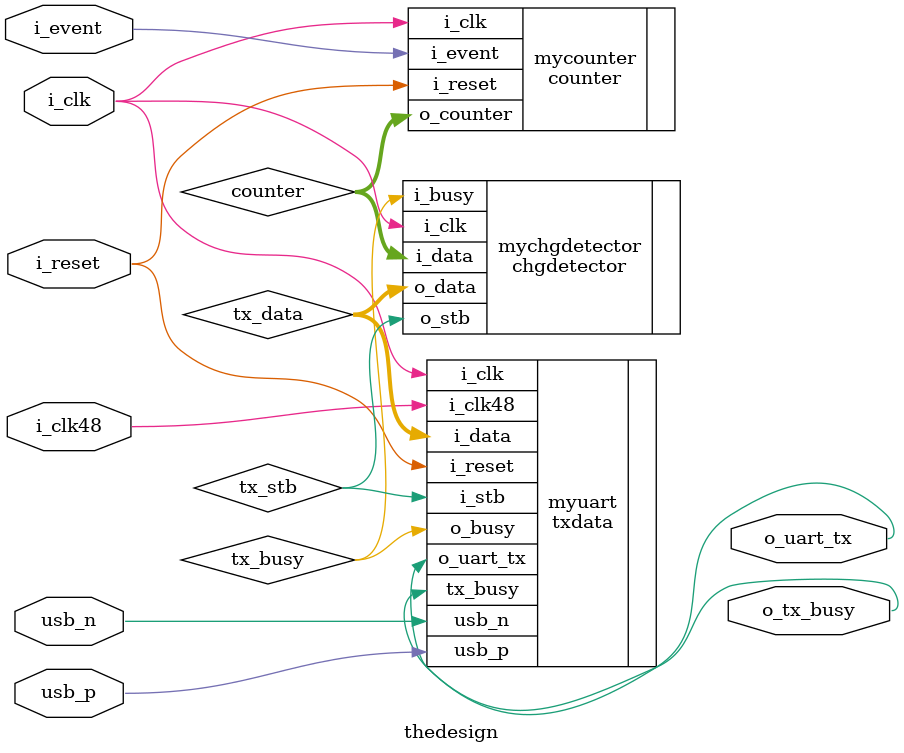
<source format=v>

`default_nettype none

`ifdef SYNTHESIS
    `define USB_UART
`endif

module thedesign(
    input wire i_clk,
    input wire i_reset,
    input wire i_event,
`ifdef VERILATOR
    output wire [31:0] o_setup,
`endif

`ifdef USB_UART
    input wire i_clk48,

    inout wire usb_p,
    inout wire usb_n,
`endif
    output wire o_uart_tx,
    output wire o_tx_busy
);
    wire tx_stb, tx_busy;
    wire [31:0] counter, tx_data;

    parameter CLOCK_RATE_HZ = 16_000_000;
    parameter BAUD_RATE = 115200;
    parameter UART_SETUP = CLOCK_RATE_HZ / BAUD_RATE;

`ifdef VERILATOR
    assign o_setup = UART_SETUP;
`endif

    counter mycounter(
        .i_clk(i_clk),
        .i_event(i_event),
        .i_reset(i_reset),
        .o_counter(counter)
    );

    chgdetector mychgdetector(
        .i_clk(i_clk),
        .i_data(counter),
        .i_busy(tx_busy),
        .o_stb(tx_stb),
        .o_data(tx_data)
    );

    txdata #(
        .UART_SETUP(UART_SETUP[23:0])
    ) myuart (
        .i_clk(i_clk),
        .i_stb(tx_stb),
        .i_data(tx_data),
        .i_reset(i_reset),
        .o_busy(tx_busy),
        .o_uart_tx(o_uart_tx),
        .tx_busy(o_tx_busy),
    `ifdef USB_UART
        .i_clk48(i_clk48),
        .usb_n(usb_n),
        .usb_p(usb_p)
    `endif
    );
endmodule
</source>
